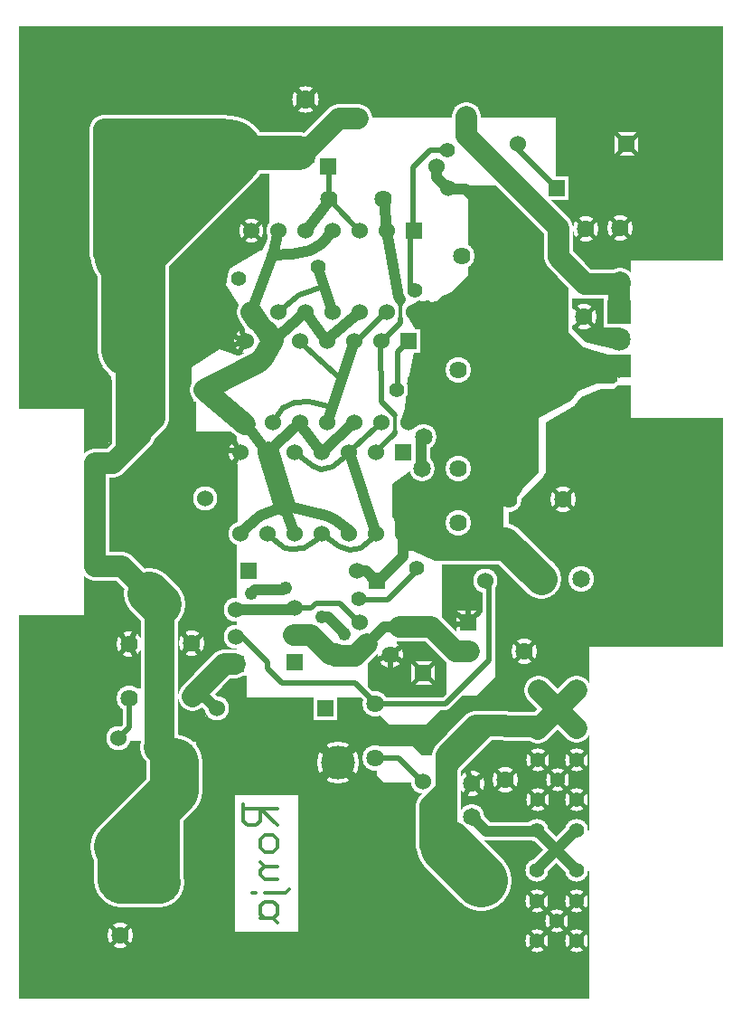
<source format=gbr>
G04 Title: Ronja 10M Metropolis Transmitter, layergroup #1 *
G04 Creator: pcb-bin 20060321 *
G04 CreationDate: Sun Apr  9 19:09:48 2006 UTC *
G04 For: clock *
G04 Format: Gerber/RS-274X *
G04 PCB-Dimensions: 262000 360000 *
G04 PCB-Coordinate-Origin: lower left *
%MOIN*%
%FSLAX24Y24*%
G04 contains layers solder (0) GND-sldr (1) Vcc-sldr (2) *
%IPPOS*%
%ADD11C,0.0800*%
%ADD12C,0.1080*%
%ADD13C,0.0200*%
%ADD14C,0.0400*%
%ADD15C,0.0680*%
%ADD16C,0.0480*%
%ADD17C,0.1800*%
%ADD18C,0.2080*%
%ADD19C,0.1250*%
%ADD20C,0.1530*%
%ADD21C,0.1550*%
%ADD22C,0.1830*%
%ADD23C,0.1950*%
%ADD24C,0.2230*%
%ADD25C,0.1200*%
%ADD26C,0.1480*%
%ADD27C,0.1600*%
%ADD28C,0.1880*%
%ADD29C,0.2500*%
%ADD30C,0.2780*%
%ADD31C,0.1170*%
%ADD32C,0.1450*%
%ADD33C,0.1100*%
%ADD34C,0.1380*%
%ADD35C,0.0120*%
%ADD36C,0.1300*%
%ADD37C,0.1580*%
%ADD38C,0.0320*%
%ADD39R,0.0650X0.0650*%
%ADD40R,0.0730X0.0730*%
%ADD41R,0.0950X0.0950X0.0650X0.0650*%
%ADD42R,0.0950X0.0950*%
%ADD43C,0.0650*%
%ADD44C,0.0730*%
%ADD45C,0.0187*%
%AMTHERM1*7,0,0,0.0950,0.0650,0.0187,45*%
%ADD46THERM1*%
%ADD47C,0.0950X0.0650*%
%ADD48C,0.0950*%
%ADD49C,0.0100*%
%ADD50C,0.0080*%
%ADD51R,0.0600X0.0600*%
%ADD52R,0.0680X0.0680*%
%ADD53R,0.0880X0.0880X0.0600X0.0600*%
%ADD54R,0.0880X0.0880*%
%ADD55C,0.0600*%
%ADD56C,0.0880X0.0600*%
%ADD57C,0.0880*%
%ADD58C,0.0160*%
%AMTHERM2*7,0,0,0.0880,0.0600,0.0160,45*%
%ADD59THERM2*%
%ADD60R,0.2000X0.2000*%
%ADD61R,0.2280X0.2280*%
%ADD62R,0.2200X0.2200*%
%ADD63R,0.0700X0.0700*%
%ADD64R,0.0780X0.0780*%
%ADD65R,0.0980X0.0980X0.0700X0.0700*%
%ADD66R,0.0980X0.0980*%
%ADD67C,0.0700*%
%ADD68C,0.0780*%
%AMTHERM3*7,0,0,0.0980,0.0700,0.0200,45*%
%ADD69THERM3*%
%ADD70C,0.0980X0.0700*%
%ADD71C,0.0980*%
%ADD72R,0.0900X0.0900X0.0600X0.0600*%
%ADD73R,0.0900X0.0900*%
%ADD74C,0.0900X0.0600*%
%ADD75C,0.0900*%
%ADD76C,0.0162*%
%AMTHERM4*7,0,0,0.0900,0.0600,0.0162,45*%
%ADD77THERM4*%
%ADD78C,0.0640*%
%ADD79C,0.0720*%
%ADD80C,0.0163*%
%AMTHERM5*7,0,0,0.0940,0.0640,0.0163,45*%
%ADD81THERM5*%
%ADD82C,0.0940X0.0640*%
%ADD83C,0.0940*%
%ADD84R,0.1250X0.1250*%
%ADD85R,0.1330X0.1330*%
%ADD86R,0.1550X0.1550X0.1250X0.1250*%
%ADD87R,0.1550X0.1550*%
%ADD88C,0.1330*%
%ADD89C,0.0325*%
%AMTHERM6*7,0,0,0.1550,0.1250,0.0325,45*%
%ADD90THERM6*%
%ADD91C,0.1550X0.1250*%
%ADD92R,0.0850X0.0850*%
%ADD93R,0.0930X0.0930*%
%ADD94R,0.1130X0.1130X0.0850X0.0850*%
%ADD95R,0.1130X0.1130*%
%ADD96C,0.0850*%
%ADD97C,0.0930*%
%ADD98C,0.1130X0.0850*%
%ADD99C,0.1130*%
%ADD100R,0.1000X0.1000*%
%ADD101R,0.1300X0.1300*%
%ADD102R,0.1380X0.1380*%
%ADD103R,0.1580X0.1580X0.1300X0.1300*%
%ADD104R,0.1580X0.1580*%
%ADD105C,0.1400*%
%ADD106C,0.1680X0.1400*%
%ADD107C,0.1680*%
%ADD108C,0.0500*%
%ADD109R,0.1600X0.1600*%
%ADD110R,0.1880X0.1880*%
%ADD111R,0.1800X0.1800*%
%ADD112C,0.0124*%
%ADD113C,0.0139*%
%ADD114C,0.0125*%
%ADD115C,0.0152*%
%ADD116C,0.0173*%
%ADD117C,0.0220*%
%ADD118C,0.0166*%
%ADD119C,0.0098*%
%ADD120C,0.0132*%
%ADD121C,0.0146*%
%ADD122C,0.0112*%
%ADD123C,0.0091*%
%ADD124C,0.0227*%
%ADD125C,0.0159*%
%ADD126C,0.0560*%
%ADD127C,0.0840*%
%ADD128C,0.0840X0.0560*%
%AMTHERM7*7,0,0,0.0840,0.0560,0.0160,45*%
%ADD129THERM7*%
%ADD130C,0.0930X0.0650*%
%ADD131C,0.0760*%
%ADD132C,0.0760X0.0480*%
%LNGROUP_0*%
%LPD*%
G01X0Y0D02*
G54D49*G36*
X10980Y9300D02*X5870D01*
Y11170D01*
X10980D01*
Y9300D01*
G37*
G36*
X23540Y18550D02*X24730D01*
Y14280D01*
X23540D01*
Y18550D01*
G37*
G36*
X7800Y9760D02*X13300D01*
Y7560D01*
X7800D01*
Y9760D01*
G37*
G36*
X7380Y1830D02*X13360D01*
Y830D01*
X7380D01*
Y1830D01*
G37*
G36*
X7140Y9630D02*X8080D01*
Y2130D01*
X7140D01*
Y9630D01*
G37*
G36*
X20365Y9995D02*X21115D01*
Y6255D01*
X20365D01*
Y9995D01*
G37*
G36*
X20105Y4740D02*X21115D01*
Y970D01*
X20105D01*
Y4740D01*
G37*
G36*
X20675Y6250D02*X20265Y6595D01*
X19780Y6620D01*
X19230Y6295D01*
X19915Y5515D01*
X20675Y6250D01*
G37*
G36*
X21510Y24250D02*X21690D01*
Y25840D01*
X21510D01*
Y24250D01*
G37*
G36*
X7260Y10870D02*X8490D01*
Y12200D01*
X7260D01*
Y10870D01*
G37*
G36*
X20060Y13215D02*X21115D01*
Y11440D01*
X20060D01*
Y13215D01*
G37*
G36*
X19980Y23550D02*X20350D01*
Y26690D01*
X19980D01*
Y23550D01*
G37*
G36*
X19280Y27470D02*X19660D01*
Y28470D01*
X19280D01*
Y27470D01*
G37*
G36*
X21630Y28130D02*X21770Y27380D01*
X21560Y26760D01*
X21130D01*
X20390Y27540D01*
X20370Y28380D01*
X20960Y28440D01*
X21630Y28130D01*
G37*
G36*
X19150Y23590D02*X20150D01*
Y27610D01*
X19150D01*
Y23590D01*
G37*
G36*
X17140Y25190D02*X18770D01*
Y28810D01*
X17140D01*
Y25190D01*
G37*
G36*
X16850Y23620D02*X19350D01*
Y26210D01*
X16850D01*
Y23620D01*
G37*
G36*
X17170Y28470D02*X17870D01*
Y29680D01*
X17170D01*
Y28470D01*
G37*
G36*
X16670Y25940D02*X17290D01*
Y29580D01*
X16670D01*
Y25940D01*
G37*
G36*
X8630Y27610D02*X9070D01*
Y28640D01*
X8630D01*
Y27610D01*
G37*
G36*
X17550Y3550D02*X20360D01*
Y6010D01*
X17550D01*
Y3550D01*
G37*
G36*
X17520Y6360D02*X20530D01*
Y9400D01*
X17520D01*
Y6360D01*
G37*
G36*
X16130Y4790D02*X17770D01*
Y9120D01*
X16130D01*
Y4790D01*
G37*
G36*
X15480Y3680D02*X16490D01*
Y5180D01*
X15480D01*
Y3680D01*
G37*
G36*
X15440Y2220D02*X20360D01*
Y3990D01*
X15440D01*
Y2220D01*
G37*
G36*
X14960Y2290D02*X15690D01*
Y7960D01*
X14960D01*
Y2290D01*
G37*
G36*
X4585Y20000D02*X6205Y19800D01*
X7025Y20500D01*
X5465Y22000D01*
X4505Y22240D01*
X4585Y20000D01*
G37*
G36*
X15640Y9170D02*X16570D01*
Y10920D01*
X15640D01*
Y9170D01*
G37*
G36*
X17670Y11800D02*X18300D01*
Y12770D01*
X17670D01*
Y11800D01*
G37*
G36*
X16940Y10340D02*X18460D01*
Y12110D01*
X17880D01*
X16940Y11170D01*
Y10340D01*
G37*
G36*
X17670Y12100D02*X18060D01*
Y12650D01*
X17670D01*
Y12100D01*
G37*
G36*
X16060Y10220D02*X17070D01*
Y11230D01*
X16060D01*
Y10220D01*
G37*
G36*
X7520Y32290D02*X11910D01*
Y35020D01*
X7520D01*
Y32290D01*
G37*
G36*
X5730Y12570D02*X8140D01*
Y15000D01*
X5730D01*
Y12570D01*
G37*
G36*
X20240Y24120D02*X20210Y23660D01*
X21940Y23750D01*
X21020Y24020D01*
X20880Y24080D01*
X20240Y24120D01*
G37*
G36*
X13340Y11110D02*X14280D01*
Y12380D01*
X13340D01*
Y11110D01*
G37*
G36*
X14150Y11100D02*X15070D01*
Y12310D01*
X14150D01*
Y11100D01*
G37*
G36*
X12960Y12110D02*X14290D01*
Y12930D01*
X12960D01*
Y12110D01*
G37*
G36*
X14040Y12230D02*X15150D01*
Y13460D01*
X14040D01*
Y12230D01*
G37*
G36*
X16960Y14300D02*X17480D01*
Y15400D01*
X16960D01*
Y14300D01*
G37*
G36*
X15690Y15710D02*X16840D01*
Y16050D01*
X15690D01*
Y15710D01*
G37*
G36*
X16780Y15340D02*X18250D01*
Y16050D01*
X16780D01*
Y15340D01*
G37*
G36*
X15690Y14130D02*X17080D01*
Y15980D01*
X15690D01*
Y14130D01*
G37*
G36*
X17480Y12500D02*X18360D01*
Y14350D01*
X17480D01*
Y12500D01*
G37*
G36*
X15770Y14280D02*X16500D01*
X16430Y13710D01*
X16150Y13450D01*
X15660Y13970D01*
X15690Y14160D01*
X15770Y14280D01*
G37*
G36*
X12960Y11150D02*X13620D01*
Y12260D01*
X12960D01*
Y11150D01*
G37*
G36*
X16300Y32510D02*X19400D01*
Y33450D01*
X16300D01*
Y32510D01*
G37*
G36*
X19520Y29030D02*X20560D01*
Y29680D01*
X19520D01*
Y29030D01*
G37*
G36*
X5780Y11250D02*X6490D01*
Y11850D01*
X5780D01*
Y11250D01*
G37*
G36*
X8550Y31420D02*X10920D01*
Y32530D01*
X8550D01*
Y31420D01*
G37*
G36*
X6200Y19670D02*X8140D01*
Y20950D01*
X6200D01*
Y19670D01*
G37*
G36*
X8890Y27940D02*X9330D01*
Y28910D01*
X8890D01*
Y27940D01*
G37*
G36*
X7550Y28240D02*X9030D01*
Y30600D01*
X7550D01*
Y28240D01*
G37*
G36*
X8380Y23390D02*X9280D01*
Y24850D01*
X8380D01*
Y23390D01*
G37*
G36*
X4840Y21490D02*X5880D01*
Y22830D01*
X4840D01*
Y21490D01*
G37*
G36*
X3650Y14890D02*X4250D01*
Y15540D01*
X3650D01*
Y14890D01*
G37*
G36*
X7510Y29290D02*X5480Y27770D01*
X5450Y25540D01*
X8090Y25350D01*
X8220Y25580D01*
X7730Y26370D01*
X7870Y26950D01*
X9010Y27610D01*
X7510Y29290D01*
G37*
G36*
X16520Y8990D02*X18610D01*
Y9910D01*
X16520D01*
Y8990D01*
G37*
G36*
X17540Y14180D02*X18240D01*
Y15430D01*
X17540D01*
Y14180D01*
G37*
G36*
X18610Y32510D02*X21990D01*
Y35110D01*
X18610D01*
Y32510D01*
G37*
G36*
X19930Y29780D02*X20920D01*
Y32440D01*
X19930D01*
Y29780D01*
G37*
G36*
X20030Y28810D02*X20460D01*
Y29140D01*
X20030D01*
Y28810D01*
G37*
G36*
X13120Y8370D02*Y7980D01*
X13600D01*
X13210Y8370D01*
X13120D01*
G37*
G36*
X16650Y29600D02*X18210D01*
Y30020D01*
X16650D01*
Y29600D01*
G37*
G36*
X21570Y24250D02*X20980D01*
X20490Y24740D01*
Y24840D01*
X20640Y24990D01*
Y25370D01*
X20490Y25520D01*
Y25840D01*
X21570D01*
Y24250D01*
G37*
G36*
X17750Y28520D02*X18720D01*
Y29810D01*
X17750D01*
Y28520D01*
G37*
G36*
X18390Y22100D02*X20350Y22200D01*
X21000Y22820D01*
X20980Y23570D01*
X20060Y23910D01*
X19010Y23590D01*
X18390Y22100D01*
G37*
G36*
X19000Y22190D02*X19990Y22420D01*
X20430Y22690D01*
X19780Y23540D01*
X18700Y23720D01*
X16850Y22820D01*
X19000Y22190D01*
G37*
G36*
X17610Y16190D02*X17960D01*
Y18700D01*
X17610D01*
Y16190D01*
G37*
G36*
X20190Y19970D02*X21740Y19400D01*
X21710Y17250D01*
X18180D01*
Y18080D01*
X18670Y18480D01*
X19420Y19290D01*
X19530Y19460D01*
X19770Y19610D01*
X20190Y19970D01*
G37*
G36*
X22680Y22440D02*X22540Y22370D01*
X21960Y22470D01*
X22210Y22660D01*
X22680D01*
Y22440D01*
G37*
G36*
X22230Y21230D02*X22270Y20550D01*
X22120Y20310D01*
X21480Y19340D01*
X19530Y19460D01*
Y21300D01*
X20550Y21880D01*
X20610Y21930D01*
X20830Y22230D01*
X21560Y22510D01*
X21660Y22400D01*
X22230Y21230D01*
G37*
G36*
X17470Y19660D02*X17880Y22520D01*
X20970Y22740D01*
X20460Y22100D01*
X19280Y21450D01*
Y19470D01*
X18370Y18520D01*
X17520Y18470D01*
X17470Y19660D01*
G37*
G36*
X14955Y25603D02*X15312Y25633D01*
X15234Y25773D01*
X14934Y25769D01*
X14955Y25603D01*
G37*
G36*
X15530Y21570D02*X15740Y20980D01*
X15370Y20790D01*
X14780Y21110D01*
X15530Y21570D01*
G37*
G36*
X15290Y22130D02*X14570Y23080D01*
X14430Y22960D01*
X14330Y21790D01*
X14320Y21520D01*
X14550Y21000D01*
X14720Y21090D01*
X14900Y21120D01*
X15050Y21300D01*
X15290Y22130D01*
G37*
G36*
X15520Y21740D02*X15630Y22310D01*
X14860Y22290D01*
X14380Y21510D01*
X14610Y21050D01*
X15430Y21430D01*
X15520Y21740D01*
G37*
G36*
X21560Y20820D02*X22680D01*
Y22510D01*
X21560D01*
Y20820D01*
G37*
G36*
X22680Y26620D02*X21560D01*
Y27340D01*
X22680D01*
Y26620D01*
G37*
G36*
X21550Y22940D02*X21250Y22720D01*
X22040D01*
X22300Y22910D01*
X21550Y22940D01*
G37*
G36*
X20940Y22860D02*X21720Y22760D01*
X22300Y23110D01*
X22290Y23610D01*
X21280Y23810D01*
X20860Y23520D01*
X20940Y22860D01*
G37*
G36*
X8680Y25120D02*X8100Y25610D01*
X5500Y25750D01*
X5570Y22420D01*
X6460Y22440D01*
Y23320D01*
X7510Y23980D01*
X8440Y23640D01*
X8670Y23680D01*
X8510Y24270D01*
X8680Y25120D01*
G37*
G36*
X820Y9160D02*X4140D01*
Y12040D01*
X820D01*
Y9160D01*
G37*
G36*
Y11500D02*X4980D01*
Y13960D01*
X820D01*
Y11500D01*
G37*
G36*
X20190Y30550D02*X21660D01*
Y32700D01*
X20190D01*
Y30550D01*
G37*
G36*
X5800Y20390D02*X6620D01*
Y22720D01*
X5800D01*
Y20390D01*
G37*
G36*
X20930Y23960D02*X20260D01*
Y24730D01*
X20930Y24060D01*
Y23960D01*
G37*
G36*
X13530Y33330D02*X14720D01*
Y34470D01*
X13530D01*
Y33330D01*
G37*
G36*
X11550Y33050D02*X18900D01*
Y35120D01*
X11550D01*
Y33050D01*
G37*
G36*
X3560Y13500D02*X5000D01*
Y15100D01*
X3560D01*
Y13500D01*
G37*
G36*
X21430Y27900D02*X25220D01*
Y33880D01*
X21430D01*
Y27900D01*
G37*
G36*
X10870Y9380D02*X11970D01*
Y10440D01*
X10870D01*
Y9380D01*
G37*
G36*
X25205Y28230D02*X21380D01*
Y27260D01*
X25205D01*
Y28230D01*
G37*
G36*
X23300Y33390D02*X25210D01*
Y34380D01*
X23300D01*
Y33390D01*
G37*
G36*
X21600Y34240D02*X25070D01*
Y35030D01*
X21600D01*
Y34240D01*
G37*
G36*
X21270Y18675D02*X22900D01*
Y19495D01*
X21270D01*
Y18675D01*
G37*
G36*
X8810Y28770D02*X9330D01*
Y30830D01*
X8810D01*
Y28770D01*
G37*
G36*
X25235Y14365D02*X20330D01*
Y13015D01*
X25235D01*
Y14365D01*
G37*
G36*
X10410Y7780D02*X13060D01*
Y2250D01*
X10410D01*
Y7780D01*
G37*
G36*
X18530Y25910D02*X19370D01*
Y29130D01*
X18530D01*
Y25910D01*
G37*
G36*
X1035Y13815D02*X2560D01*
Y14195D01*
X1035D01*
Y13815D01*
G37*
G36*
X23660Y13965D02*X21330D01*
Y19095D01*
X23660D01*
Y13965D01*
G37*
G36*
X780Y35500D02*X7780D01*
Y30140D01*
X780D01*
Y35500D01*
G37*
G36*
X5810Y11670D02*X7130D01*
Y12740D01*
X5810D01*
Y11670D01*
G37*
G36*
X14850Y605D02*X20435D01*
Y1780D01*
X14850D01*
Y605D01*
G37*
G36*
X11470Y32510D02*X16700D01*
Y33920D01*
X11470D01*
Y32510D01*
G37*
G36*
X15610Y18070D02*X15970Y20310D01*
X16500Y21650D01*
X18890Y22360D01*
X18120Y21560D01*
X17840Y20400D01*
Y16190D01*
X15430D01*
X14250Y16730D01*
X14040Y17140D01*
X15610Y18070D01*
G37*
G36*
X1190Y22295D02*X2740D01*
Y21785D01*
X1190D01*
Y22295D01*
G37*
G36*
X20230Y27980D02*X22090D01*
Y30700D01*
X20230D01*
Y27980D01*
G37*
G36*
X16770Y25920D02*Y26820D01*
X15930Y25990D01*
X16770Y25920D01*
G37*
G36*
X4820Y17140D02*X8150D01*
Y20180D01*
X4820D01*
Y17140D01*
G37*
G36*
X19900Y30240D02*X20300D01*
Y32600D01*
X19900D01*
Y30240D01*
G37*
G36*
X2500Y22400D02*X5000D01*
Y20100D01*
X2500D01*
Y22400D01*
G37*
G36*
X25200Y18235D02*X22085D01*
Y21455D01*
X25200D01*
Y18235D01*
G37*
G36*
X18215Y9080D02*X20495D01*
Y13645D01*
X18215D01*
Y9080D01*
G37*
G36*
X15660Y24630D02*X16900Y24280D01*
X17720Y24730D01*
X17340Y25690D01*
X16670Y26170D01*
X16200D01*
X15720Y25950D01*
X15480Y25710D01*
X15660Y24630D01*
G37*
G36*
X17630Y22470D02*X15590Y22380D01*
X14460Y22850D01*
X14710Y24010D01*
X14720Y24480D01*
X14620Y25080D01*
X14610Y25550D01*
X16510Y25980D01*
X18340Y23970D01*
X19000Y23560D01*
X17630Y22470D01*
G37*
G36*
X15640Y21320D02*X16300Y21190D01*
X16310Y19630D01*
X15430Y19100D01*
X14970Y19610D01*
X14880Y20590D01*
X15310Y21010D01*
X15640Y21320D01*
G37*
G36*
X9010Y28000D02*Y27710D01*
X9070Y27610D01*
X9230Y27940D01*
X9010Y28000D01*
G37*
G36*
X15120Y21590D02*X15860Y20960D01*
X19030Y22200D01*
X19020Y22900D01*
X15690D01*
X15120Y21590D01*
G37*
G36*
X16320Y19590D02*Y17580D01*
X15420Y17170D01*
X14290D01*
X13880Y17820D01*
Y19010D01*
X14830Y19720D01*
X16320Y19590D01*
G37*
G36*
X14800Y22200D02*X15900D01*
Y23300D01*
X14800D01*
Y22200D01*
G37*
G36*
X12840Y1140D02*X15120D01*
Y8030D01*
X12840D01*
Y1140D01*
G37*
G36*
X15990Y10680D02*Y9030D01*
X14940D01*
X14630Y9340D01*
X13300D01*
Y10610D01*
X13760Y10150D01*
X15110D01*
X15640Y10680D01*
X15990D01*
G37*
G36*
X1010Y9570D02*X7650D01*
Y810D01*
X1010D01*
Y9570D01*
G37*
G36*
X2500Y22200D02*X3700D01*
Y13600D01*
X2500D01*
Y22200D01*
G37*
G36*
X17410Y24320D02*X18430Y23820D01*
X17520Y25100D01*
X17410Y24320D01*
G37*
G36*
X18180Y13270D02*X21780D01*
Y17710D01*
X18180D01*
Y13270D01*
G37*
G36*
X14960Y10960D02*X15870D01*
Y13290D01*
X14960D01*
Y10960D01*
G37*
G36*
X4940Y17490D02*X4840Y15230D01*
X3410Y15980D01*
X3240Y18950D01*
X4130Y20200D01*
X4980Y20250D01*
X4940Y17490D01*
G37*
G36*
X4770Y14310D02*X8140D01*
Y17400D01*
X4770D01*
Y14310D01*
G37*
G36*
X900Y30500D02*X5700D01*
Y22100D01*
X900D01*
Y30500D01*
G37*
G36*
X18455Y1595D02*X20665D01*
Y2660D01*
X18455D01*
Y1595D01*
G37*
G36*
X11800Y9350D02*X13370D01*
Y11170D01*
X11800D01*
Y9350D01*
G37*
G36*
X25260Y13920D02*X24595D01*
Y18940D01*
X25260D01*
Y13920D01*
G37*
%LNCUTS*%
%LPC*%
G54D15*X19195Y4810D02*X20630Y6245D01*
G54D12*X20660Y10010D02*X19260Y11410D01*
G54D127*X20670Y8840D03*
X19950Y8120D03*
X20670Y10000D03*
X20660Y7400D03*
X20650Y6240D03*
G54D15*X20645Y4805D02*X19195Y6255D01*
G54D127*X20650Y4800D03*
Y3640D03*
Y2200D03*
X19930Y2920D03*
G54D54*X815Y570D02*X20815D01*
X600D02*X20600D01*
G54D15*X17330Y6220D02*X19160D01*
X19195Y4810D02*X20630Y6245D01*
X20645Y4805D02*X19195Y6255D01*
G54D127*X19930Y5520D03*
X19210Y6240D03*
X20650D03*
G54D12*X19270Y10090D02*X18070D01*
X20650Y11425D02*Y11430D01*
X20660Y10010D02*X19260Y11410D01*
X19240Y10000D02*X20670Y11430D01*
X18040Y10120D02*X16940D01*
X18070Y10090D02*X18040Y10120D01*
G54D97*X20100Y13900D03*
G54D127*X19230Y10000D03*
Y8840D03*
X20670D03*
Y11440D03*
Y10000D03*
X19950Y10720D03*
X19230Y11440D03*
G54D83*X18037Y10136D03*
X18726Y12855D03*
G54D127*X19210Y2200D03*
X20650D03*
X19930Y2920D03*
G54D97*X18100Y1900D03*
G54D24*X15850Y5690D02*X17130Y4410D01*
G54D15*X17330Y6220D02*X19160D01*
X19195Y4810D02*X20630Y6245D01*
X20645Y4805D02*X19195Y6255D01*
X16760Y6790D02*X17330Y6220D01*
G54D127*X20650Y4800D03*
X19930Y5520D03*
X19210Y6240D03*
X20650D03*
X19210Y3640D03*
X20650D03*
X19210Y4800D03*
G54D104*X17210Y4400D03*
G54D24*X15850Y5690D02*X17130Y4410D01*
G54D12*X15850Y9030D02*Y5690D01*
G54D104*X17210Y4400D03*
G54D24*X15850Y5690D02*X17130Y4410D01*
G54D127*X19210Y3640D03*
X20650D03*
X19210Y2200D03*
X20650D03*
X19930Y2920D03*
G54D97*X16100Y1900D03*
X18100D03*
G54D104*X17210Y4400D03*
G54D24*X15850Y5690D02*X17130Y4410D01*
G54D15*X17330Y6220D02*X19160D01*
X16760Y6790D02*X17330Y6220D01*
G54D12*X15890Y8700D02*X17250Y10060D01*
X15890Y8560D02*Y8700D01*
X15850Y9030D02*Y5690D01*
X15280Y7140D02*X15810Y7670D01*
X16940Y10120D02*X15850Y9030D01*
G54D97*X16800Y6770D03*
G54D83*X16792Y7986D03*
G54D104*X17210Y4400D03*
G54D83*X18037Y8136D03*
G54D24*X15850Y5690D02*X17130Y4410D01*
G54D12*X15280Y5700D02*Y7140D01*
G54D16*X14100Y8920D02*X15000Y8020D01*
G54D12*X15850Y9030D02*Y5690D01*
X15280Y7140D02*X15810Y7670D01*
G54D97*X16100Y1900D03*
G54D75*X15009Y8062D03*
G54D12*X15890Y8700D02*X17250Y10060D01*
G54D16*X17430Y12530D02*X15820Y10920D01*
G54D12*X15890Y8560D02*Y8700D01*
G54D16*X15820Y10920D02*X13220D01*
G54D12*X15850Y9030D02*Y5690D01*
X18040Y10120D02*X16940D01*
X15850Y9030D01*
G54D83*X16792Y9986D03*
G54D12*X15890Y8700D02*X17250Y10060D01*
G54D16*X17430Y12530D02*X15820Y10920D01*
G54D12*X18040Y10120D02*X16940D01*
X15850Y9030D01*
G54D83*X16792Y9986D03*
G54D24*X15850Y5690D02*X17130Y4410D01*
G54D12*X15280Y5700D02*Y7140D01*
G54D16*X14100Y8920D02*X15000Y8020D01*
G54D12*X15280Y7140D02*X15810Y7670D01*
G54D97*X14100Y1900D03*
G54D75*X15009Y8062D03*
G54D12*X15890Y8700D02*X17250Y10060D01*
X15890Y8560D02*Y8700D01*
X15850Y9030D02*Y5690D01*
X16940Y10120D02*X15850Y9030D01*
G54D83*X13222Y8917D03*
Y10917D03*
G54D97*X16100Y1900D03*
X18100D03*
G54D54*X815Y570D02*X20815D01*
X600D02*X20600D01*
G54D12*X15310Y13740D02*X16200Y12850D01*
X16690D01*
G54D16*X17430Y12530D02*X15820Y10920D01*
G54D12*X14140Y13740D02*X15310D01*
G54D16*X15820Y10920D02*X13220D01*
G54D73*X15009Y12062D03*
G54D16*X13220Y8920D02*X14100D01*
G54D21*X11848Y8760D03*
G54D83*X13222Y8917D03*
G54D97*X8100Y1900D03*
G54D12*X11760Y12700D02*X12510D01*
X12940Y13130D01*
G54D15*X13550Y13740D01*
G54D83*X13795Y12736D03*
G54D16*X15820Y10920D02*X13220D01*
X12500Y11700D02*X13270Y10930D01*
G54D83*X13222Y10917D03*
G54D16*X15820Y10920D02*X13220D01*
X12500Y11700D02*X13270Y10930D01*
G54D73*X11383Y10741D03*
G54D21*X11848Y8760D03*
G54D83*X13222Y8917D03*
Y10917D03*
G54D12*X8080Y12390D02*X7680D01*
X6490Y11200D01*
G54D15*X6450Y11140D02*X6980D01*
X7370Y10750D01*
G54D73*X8106Y12389D03*
G54D75*X7383Y10741D03*
G54D16*X8340Y13400D02*X9270Y12470D01*
G54D34*X5280Y14660D02*Y9420D01*
G54D15*X8110Y14390D02*X10220D01*
G54D12*X8080Y12390D02*X7680D01*
G54D16*X8090Y13400D02*X8340D01*
G54D12*X7680Y12390D02*X6490Y11200D01*
G54D28*X4910Y14980D02*X5300Y14590D01*
G54D73*X8106Y12389D03*
G54D75*Y13389D03*
Y14389D03*
G54D83*X6460Y13145D03*
G54D16*X15820Y10920D02*X13220D01*
X12500Y11700D02*X13270Y10930D01*
G54D83*X13795Y12736D03*
X13222Y10917D03*
G54D34*X5280Y14660D02*Y9420D01*
G54D12*X7680Y12390D02*X6490Y11200D01*
G54D15*X6450Y11140D02*X6980D01*
G54D83*X6460Y11145D03*
G54D97*X8100Y1900D03*
X12100D03*
X10100D03*
G54D54*X815Y570D02*X20815D01*
X600D02*X20600D01*
G54D97*X12100Y1900D03*
X10100D03*
G54D26*X5300Y9320D02*X5870Y8750D01*
G54D34*X5280Y14660D02*Y9420D01*
G54D18*X5840Y8770D02*Y7730D01*
G54D12*X7680Y12390D02*X6490Y11200D01*
G54D15*X6450Y11140D02*X6980D01*
X7370Y10750D01*
G54D97*X6660Y10110D03*
G54D75*X7383Y10741D03*
G54D83*X6460Y11145D03*
G54D87*X5848Y8760D03*
G54D73*X11383Y10741D03*
G54D34*X5280Y14660D02*Y9420D01*
G54D28*X4910Y14980D02*X5300Y14590D01*
G54D97*X3100Y12900D03*
X2100Y11900D03*
G54D83*X4164Y13120D03*
Y11120D03*
G54D54*X600Y13895D02*Y3895D01*
Y11120D02*Y1120D01*
G54D15*X9010Y17850D02*X8280Y17220D01*
G54D34*X5280Y14660D02*Y9420D01*
G54D15*X8110Y14390D02*X10220D01*
G54D12*X3900Y16000D02*X4910Y14990D01*
G54D28*Y14980D02*X5300Y14590D01*
G54D75*X8106Y14389D03*
G54D73*X8578Y15816D03*
G54D57*X8280Y17180D03*
G54D12*X3900Y16000D02*X4910Y14990D01*
G54D28*Y14980D02*X5300Y14590D01*
G54D12*X2900Y16000D02*X3900D01*
G54D75*X17286Y15440D03*
G54D16*X17430Y15340D02*Y12530D01*
X17300Y15470D02*X17430Y15340D01*
G54D32*X19350Y15510D02*X17990Y16870D01*
G54D75*X17286Y15440D03*
G54D12*X19270Y10090D02*X18070D01*
X15890Y8700D02*X17250Y10060D01*
X18040Y10120D02*X16940D01*
X18070Y10090D02*X18040Y10120D01*
X16940D02*X15850Y9030D01*
G54D83*X18037Y10136D03*
X16792Y9986D03*
G54D16*X17430Y15340D02*Y12530D01*
X17300Y15470D02*X17430Y15340D01*
G54D75*X17286Y15440D03*
G54D54*X600Y13895D02*Y3895D01*
G54D15*X17330Y6220D02*X19160D01*
X19195Y4810D02*X20630Y6245D01*
X20645Y4805D02*X19195Y6255D01*
X16760Y6790D02*X17330Y6220D01*
G54D127*X19230Y8840D03*
X20670D03*
X19950Y8120D03*
X20660Y7400D03*
X19230D03*
X19210Y6240D03*
X20650D03*
G54D83*X18037Y8136D03*
X18726Y12855D03*
G54D12*X19270Y10090D02*X18070D01*
X15890Y8700D02*X17250Y10060D01*
X18040Y10120D02*X16940D01*
X18070Y10090D02*X18040Y10120D01*
X16940D02*X15850Y9030D01*
G54D83*X18037Y10136D03*
X16792Y9986D03*
G54D12*X20650Y11425D02*Y11430D01*
X19240Y10000D02*X20670Y11430D01*
G54D127*Y11440D03*
G54D73*X11383Y10741D03*
G54D21*X11848Y8760D03*
G54D34*X5280Y14660D02*Y9420D01*
G54D12*X7680Y12390D02*X6490Y11200D01*
G54D83*X6460Y13145D03*
G54D37*X3760Y4420D02*X3820Y4360D01*
G54D26*X5250D02*X5260Y4350D01*
G54D12*X4720Y6830D02*Y4770D01*
X5120D01*
G54D22*X3820Y4360D02*X5250D01*
G54D26*X5300Y9320D02*X5870Y8750D01*
G54D16*X4180Y10050D02*X3770Y9640D01*
G54D18*X5840Y7730D02*X3760Y5650D01*
G54D12*X5120Y7110D02*X5620D01*
X5120Y4770D02*Y7110D01*
X5620D02*Y4250D01*
G54D34*X5280Y14660D02*Y9420D01*
G54D18*X5840Y8770D02*Y7730D01*
G54D22*X3760Y5620D02*Y4420D01*
G54D97*X8100Y1900D03*
X6100D03*
X2100Y7900D03*
Y9900D03*
Y5900D03*
Y3900D03*
Y1900D03*
G54D73*X3759Y5653D03*
G54D75*Y9653D03*
G54D83*X3817Y2399D03*
Y4399D03*
G54D107*X5210Y4400D03*
G54D87*X5848Y8760D03*
G54D54*X600Y13895D02*Y3895D01*
Y11120D02*Y1120D01*
X815Y570D02*X20815D01*
X600D02*X20600D01*
G54D16*X17430Y15340D02*Y12530D01*
X17300Y15470D02*X17430Y15340D01*
G54D73*X16652Y13922D03*
G54D75*X17286Y15440D03*
G54D16*X17300Y15470D02*X17430Y15340D01*
G54D73*X16652Y13922D03*
G54D75*X17286Y15440D03*
G54D16*X17430Y12530D02*X15820Y10920D01*
X17430Y15340D02*Y12530D01*
G54D83*X18726Y12855D03*
G54D16*X15820Y10920D02*X13220D01*
G54D83*X13795Y12736D03*
G54D73*X15009Y12062D03*
G54D12*X15310Y13740D02*X16200Y12850D01*
G54D15*X13550Y13740D02*X14140D01*
G54D12*X15310D01*
G54D83*X13795Y12736D03*
G54D73*X15009Y12062D03*
G54D12*X15310Y13740D02*X16200Y12850D01*
X14140Y13740D02*X15310D01*
G54D73*X16652Y13922D03*
G54D97*X22100Y21900D03*
Y19900D03*
Y21900D03*
G54D83*X20151Y18468D03*
X20945Y23180D03*
X18151Y18468D03*
G54D99*X22240Y23360D03*
G54D83*X20945Y23180D03*
G54D32*X19350Y15510D02*X17990Y16870D01*
X17580D01*
G54D83*X18151Y18468D03*
G54D32*X19350Y15510D02*X17990Y16870D01*
X17580D01*
G54D97*X22100Y19900D03*
G54D83*X20151Y18468D03*
X18151D03*
X20945Y23180D03*
G54D99*X22240Y24360D03*
Y23360D03*
G54D83*X20945Y23180D03*
G54D12*X22220Y26410D02*Y25360D01*
G54D95*X22240D03*
G54D99*Y24360D03*
G54D15*X16570Y29900D02*X16870Y29600D01*
G54D12*X16590Y31860D02*X19990Y28460D01*
G54D73*X19920Y29938D03*
G54D15*X15930Y29900D02*X16570D01*
X16870Y29600D01*
G54D12*X16590Y31860D02*X19990Y28460D01*
G54D99*X22240Y24360D03*
Y23360D03*
G54D12*X16590Y31860D02*X19990Y28460D01*
Y27380D01*
G54D83*X20945Y25180D03*
D03*
G54D12*X19990Y27380D02*X20980Y26390D01*
X19990Y28460D02*Y27380D01*
X20980Y26390D01*
X22220Y26410D02*Y25360D01*
X21010Y26400D02*X22280D01*
X22240Y26360D01*
X22260Y26450D02*X22220Y26410D01*
G54D83*X22280Y26458D03*
G54D97*X22100Y33900D03*
X20100D03*
G54D54*X600Y35400D02*X20600D01*
X5580D02*X25580D01*
G54D16*X18490Y31370D02*X19930Y29930D01*
G54D73*X19920Y29938D03*
G54D16*X18490Y31370D02*X19930Y29930D01*
G54D73*X19920Y29938D03*
G54D97*X22100Y19900D03*
G54D34*X5280Y14660D02*Y9420D01*
G54D12*X3900Y16000D02*X4910Y14990D01*
G54D28*Y14980D02*X5300Y14590D01*
G54D97*X3100Y14900D03*
G54D83*X4164Y13120D03*
G54D12*X2900Y19780D02*X3550D01*
X4080Y20310D02*Y24090D01*
X3900Y16000D02*X4910Y14990D01*
X2900Y15990D02*Y19800D01*
Y16000D02*X3900D01*
X3550Y19780D02*X4600Y20830D01*
G54D97*X3100Y20900D03*
Y14900D03*
G54D12*X2900Y19780D02*X3550D01*
X4080Y20310D02*Y24090D01*
X3900Y16000D02*X4910Y14990D01*
G54D28*Y14980D02*X5300Y14590D01*
G54D12*X2900Y15990D02*Y19800D01*
Y16000D02*X3900D01*
X3550Y19780D02*X4600Y20830D01*
X5100Y21430D02*X4360Y20690D01*
G54D97*X3100Y14900D03*
G54D16*X4180Y11080D02*Y10050D01*
X3770Y9640D01*
G54D97*X2100Y11900D03*
Y9900D03*
G54D75*X3759Y9653D03*
G54D83*X4164Y11120D03*
G54D54*X600Y13895D02*Y3895D01*
Y11120D02*Y1120D01*
G54D20*X10430Y31230D02*X7930D01*
G54D30*X4090Y27500D02*X7820Y31230D01*
G54D57*X9670Y28360D03*
X8670D03*
D03*
G54D12*X4600Y24140D02*Y20830D01*
X4080Y20310D02*Y24090D01*
X4090Y24100D01*
G54D24*Y24000D02*Y27500D01*
G54D30*X7820Y31230D01*
G54D12*X5100Y27610D02*Y21430D01*
X6300Y30920D02*X4280D01*
X3220Y32080D02*Y27480D01*
X3720D01*
Y31560D01*
X4280Y30920D02*Y29560D01*
X4680D01*
Y30460D01*
X5180D01*
G54D97*X3100Y22900D03*
X2100Y25900D03*
Y27900D03*
Y29900D03*
Y23900D03*
G54D54*X600Y35400D02*Y25400D01*
Y32085D02*Y22085D01*
G54D12*X7930Y31230D02*X7900Y31260D01*
G54D20*X10430Y31230D02*X7930D01*
G54D30*X4090Y27500D02*X7820Y31230D01*
G54D12*X7660Y32080D02*X3220D01*
X3720Y31560D02*X6300D01*
Y30920D01*
X4280D01*
X3220Y32080D02*Y27480D01*
X3720D02*Y31560D01*
X4280Y30920D02*Y29560D01*
X4680D02*Y30460D01*
X5180D01*
G54D97*X2100Y31900D03*
Y29900D03*
X6100Y33900D03*
X8100D03*
X4100D03*
X2100D03*
G54D54*X600Y35400D02*X20600D01*
X5580D02*X25580D01*
X600D02*Y25400D01*
Y32085D02*Y22085D01*
G54D12*X16590Y32540D02*Y31860D01*
G54D97*X18100Y33900D03*
X14100D03*
X16100D03*
X12100D03*
G54D54*X600Y35400D02*X20600D01*
X5580D02*X25580D01*
G54D97*X22100Y33900D03*
X24100D03*
G54D54*X5580Y35400D02*X25580D01*
G54D12*X16590Y31860D02*X19990Y28460D01*
G54D97*X22100Y33900D03*
X24100D03*
Y31900D03*
Y29900D03*
Y27900D03*
G54D83*X22280Y28458D03*
X21013Y28412D03*
G54D73*X22499Y31542D03*
G54D54*X25580Y35400D02*Y27560D01*
G54D97*X24100Y27900D03*
G54D83*X22280Y28458D03*
X21013Y28412D03*
G54D54*X25580Y35400D02*Y27560D01*
G54D97*X24100Y33900D03*
G54D54*X25580Y35400D02*Y27560D01*
G54D12*X12600Y32500D02*X11900D01*
X10600Y31200D01*
X16590Y32540D02*Y31860D01*
G54D97*X14100Y33900D03*
X16100D03*
X12100D03*
G54D73*X16597Y32500D03*
G54D75*X12597D03*
G54D12*X16590Y31860D02*X19990Y28460D01*
Y27380D01*
G54D83*X22280Y28458D03*
X21013Y28412D03*
G54D73*X19920Y29938D03*
G54D83*X16415Y25425D03*
G54D15*X14610Y25360D02*X14590Y25340D01*
X14670Y25360D02*X14610D01*
G54D83*X16415Y25425D03*
X16288Y23230D03*
G54D57*X14670Y25360D03*
G54D54*X14450Y24280D03*
G54D83*X16288Y23230D03*
G54D15*X14280Y16370D02*X13310Y15400D01*
X14280Y17140D02*Y16370D01*
G54D32*X19350Y15510D02*X17990Y16870D01*
X17580D01*
G54D127*X14040Y22500D03*
G54D97*X14968Y19603D03*
X15024Y20761D03*
G54D83*X16288Y21230D03*
X16308Y19586D03*
G54D57*X14450Y21280D03*
G54D83*X18151Y18468D03*
X16308Y17586D03*
G54D57*X14280Y17180D03*
G54D15*X14935Y19706D02*X14959Y19682D01*
X14935Y20686D02*Y19706D01*
G54D97*X14968Y19603D03*
X15024Y20761D03*
G54D83*X16288Y21230D03*
X16308Y19586D03*
G54D57*X14450Y21280D03*
G54D97*X15024Y20761D03*
G54D83*X16288Y23230D03*
Y21230D03*
G54D15*X14935Y19706D02*X14959Y19682D01*
X14935Y20686D02*Y19706D01*
X14280Y17140D02*Y16370D01*
G54D97*X14968Y19603D03*
G54D83*X16308Y19586D03*
Y17586D03*
G54D57*X14280Y17180D03*
G54D97*X24100Y13900D03*
X20100D03*
X22100D03*
G54D54*X25580Y21155D02*Y13315D01*
G54D97*X24100Y13900D03*
X22100D03*
G54D32*X19350Y15510D02*X17990Y16870D01*
X17580D01*
G54D97*X20100Y13900D03*
X22100D03*
G54D83*X18726Y12855D03*
G54D42*X19329Y15529D03*
G54D48*X20829D03*
G54D57*X24600Y17900D03*
G54D97*X22100Y19900D03*
Y21900D03*
X24100Y19900D03*
G54D54*X25580Y21155D02*Y13315D01*
G54D57*X24600Y15900D03*
Y17900D03*
G54D54*X25580Y21155D02*Y13315D01*
G54D57*X24600Y15900D03*
Y17900D03*
G54D97*X24100Y13900D03*
G54D83*X16415Y25425D03*
G54D12*X16590Y31860D02*X19990Y28460D01*
G54D57*X14670Y25360D03*
G54D12*X4600Y24140D02*Y20830D01*
X4080Y20310D02*Y24090D01*
X5100Y27610D02*Y21430D01*
X3550Y19780D02*X4600Y20830D01*
X5100Y21430D02*X4360Y20690D01*
G54D73*X6960Y22500D03*
G54D12*X6930Y22490D02*X8420Y21230D01*
G54D57*X8280Y20180D03*
G54D15*X10660Y25360D02*X9440Y24270D01*
G54D12*X9450Y24280D02*X9220Y24640D01*
G54D15*X8990Y25180D02*X9320Y24750D01*
X8850Y24820D02*X9070Y24550D01*
X8700Y24980D02*X8850Y24820D01*
G54D12*X8950Y23510D02*X6930Y22490D01*
X8670Y25360D02*X8860Y25070D01*
X9440Y24250D02*X9130Y23710D01*
X8950Y23510D01*
G54D57*X8450Y24280D03*
X9450D03*
G54D12*X4600Y24140D02*Y20830D01*
X5100Y27610D02*Y21430D01*
X4360Y20690D01*
G54D15*X8990Y25180D02*X9320Y24750D01*
X8850Y24820D02*X9070Y24550D01*
X8700Y24980D02*X8850Y24820D01*
G54D12*X8950Y23510D02*X6930Y22490D01*
X8670Y25360D02*X8860Y25070D01*
X6930Y22490D02*X8420Y21230D01*
X5100Y27610D02*Y21430D01*
G54D15*X9450Y27490D02*X8670Y25340D01*
G54D12*X9440Y24250D02*X9130Y23710D01*
X8950Y23510D01*
G54D57*X8670Y25360D03*
G54D73*X6960Y22500D03*
G54D57*X8450Y24280D03*
G54D12*X8950Y23510D02*X6930Y22490D01*
X8420Y21230D01*
G54D73*X6960Y22500D03*
G54D15*X15930Y29900D02*X16570D01*
X16870Y29600D01*
G54D83*X16415Y27425D03*
G54D57*X8670Y28360D03*
G54D15*X9670Y28340D02*X9470Y27440D01*
G54D57*X9670Y28360D03*
X8670D03*
G54D15*X14935Y20686D02*Y19706D01*
G54D97*X15024Y20761D03*
G54D57*X14450Y21280D03*
G54D127*X14040Y22500D03*
G54D97*X15024Y20761D03*
G54D57*X14450Y21280D03*
G54D127*X14040Y22500D03*
G54D97*X15024Y20761D03*
G54D57*X14450Y21280D03*
G54D15*X9010Y17850D02*X8280Y17220D01*
G54D57*Y17180D03*
G54D75*X6960Y18500D03*
G54D57*X8280Y20180D03*
G54D12*X16590Y31860D02*X19990Y28460D01*
Y27380D01*
X20980Y26390D01*
X16590Y31860D02*X19990Y28460D01*
Y27380D01*
X21010Y26400D02*X22280D01*
X19990Y27380D02*X20980Y26390D01*
G54D83*X21013Y28412D03*
Y26412D03*
G54D30*X4090Y27500D02*X7820Y31230D01*
G54D12*X8670Y25360D02*X8860Y25070D01*
X5100Y27610D02*Y21430D01*
G54D127*X8190Y26580D03*
G54D57*X8670Y28360D03*
Y25360D03*
G54D12*X12600Y32500D02*X11900D01*
X10600Y31200D01*
G54D30*X4090Y27500D02*X7820Y31230D01*
G54D12*X7660Y32080D02*X3220D01*
G54D97*X12100Y33900D03*
X8100D03*
G54D71*X10680Y33200D03*
G54D54*X600Y35400D02*X20600D01*
X5580D02*X25580D01*
G54D12*X11900Y32500D02*X10600Y31200D01*
G54D20*X10430Y31230D02*X7930D01*
G54D30*X4090Y27500D02*X7820Y31230D01*
G54D66*X10680Y31200D03*
G54D20*X10430Y31230D02*X7930D01*
G54D30*X4090Y27500D02*X7820Y31230D01*
G54D57*X8670Y28360D03*
G54D12*X16590Y32540D02*Y31860D01*
G54D97*X18100Y33900D03*
X16100D03*
G54D73*X16597Y32500D03*
G54D97*X14100Y33900D03*
G54D12*X2900Y19780D02*X3550D01*
X4600Y24140D02*Y20830D01*
X4080Y20310D02*Y24090D01*
X2900Y15990D02*Y19800D01*
X5100Y27610D02*Y21430D01*
X3550Y19780D02*X4600Y20830D01*
X5100Y21430D02*X4360Y20690D01*
G54D97*X3100Y20900D03*
%LNTRACKS*%
%LPD*%
G54D49*G36*
X24150Y16350D02*X25050D01*
Y15450D01*
X24150D01*
Y16350D01*
G37*
G36*
X24160Y18370D02*X25080D01*
Y17440D01*
X24160D01*
Y18370D01*
G37*
G36*
X21600Y15390D02*X22600D01*
Y16410D01*
X21600D01*
Y15390D01*
G37*
G36*
X21610Y24795D02*X21560Y24545D01*
X21860Y24520D01*
X22375Y24760D01*
X22240Y24795D01*
X21675D01*
X21610D01*
G37*
G36*
X21790Y22800D02*X22150D01*
Y23040D01*
X21790D01*
Y22800D01*
G37*
G36*
X21360Y22940D02*X22670D01*
Y23790D01*
X21360D01*
Y22940D01*
G37*
G36*
X23590Y14420D02*X24630D01*
Y13380D01*
X23590D01*
Y14420D01*
G37*
G36*
X1550Y3350D02*X2650D01*
Y4440D01*
X1550D01*
Y3350D01*
G37*
G36*
Y5270D02*X2620D01*
Y6440D01*
X1550D01*
Y5270D01*
G37*
G36*
X1570Y7320D02*X2660D01*
Y8440D01*
X1570D01*
Y7320D01*
G37*
G36*
X1560Y9320D02*X2680D01*
Y10440D01*
X1560D01*
Y9320D01*
G37*
G36*
X1580Y11330D02*X2650D01*
Y12450D01*
X1580D01*
Y11330D01*
G37*
G36*
X2620Y14400D02*X3620D01*
Y15410D01*
X2620D01*
Y14400D01*
G37*
G36*
X6740Y10610D02*X6380Y10550D01*
X6170Y10300D01*
X6190Y9880D01*
X6450Y9640D01*
X6630Y9600D01*
X6930Y9680D01*
X7150Y9910D01*
X7140Y10300D01*
X6880Y10590D01*
X6740Y10610D01*
G37*
G36*
X2569Y23229D02*X2599Y22707D01*
X2817Y22377D01*
X3312Y22401D01*
X3540Y22634D01*
Y22789D01*
X3495Y22942D01*
X3327Y23177D01*
X3110Y23402D01*
X2569Y23229D01*
G37*
G36*
X2550Y21060D02*X2810Y21430D01*
X3330Y21450D01*
X3540Y21200D01*
Y20620D01*
X3190Y20380D01*
X2630Y20390D01*
X2550Y21060D01*
G37*
G36*
X16710Y29780D02*X17160D01*
Y30020D01*
X16710D01*
Y29780D01*
G37*
G36*
X17880Y17400D02*X17960D01*
Y17550D01*
X17880D01*
Y17400D01*
G37*
G36*
X16900Y17110D02*X17130D01*
Y17410D01*
X16900D01*
Y17110D01*
G37*
G36*
X16810Y16870D02*X17110D01*
Y17180D01*
X16810D01*
Y16870D01*
G37*
G36*
X16800Y16270D02*X17170D01*
Y16920D01*
X16800D01*
Y16270D01*
G37*
G36*
X17130Y16190D02*X17900D01*
Y16480D01*
X17130D01*
Y16190D01*
G37*
G36*
X17070Y17160D02*X17950D01*
Y17660D01*
X17070D01*
Y17160D01*
G37*
G36*
X17680Y18970D02*X18710D01*
Y19220D01*
X17680D01*
Y18970D01*
G37*
G36*
X17420Y18400D02*X17610D01*
Y18870D01*
X17420D01*
Y18400D01*
G37*
G36*
X17450Y17850D02*X17760D01*
Y18340D01*
X17450D01*
Y17850D01*
G37*
G36*
X17710Y17460D02*X17960D01*
Y18150D01*
X17710D01*
Y17460D01*
G37*
G36*
X17720Y17860D02*X17960D01*
Y18430D01*
X17720D01*
Y17860D01*
G37*
G36*
X14420Y16540D02*X14750D01*
Y17160D01*
X14420D01*
Y16540D01*
G37*
G36*
X18220Y19120D02*X17610Y19000D01*
X17440Y18350D01*
X17840Y17830D01*
Y18260D01*
X18510Y18550D01*
X18810Y19010D01*
X18220Y19120D01*
G37*
G36*
X21600Y21320D02*X22600D01*
Y22420D01*
X21600D01*
Y21320D01*
G37*
G36*
X17305Y21610D02*X16575Y21065D01*
X16425Y21875D01*
X17305Y21610D01*
G37*
G36*
X16030Y26020D02*X16070Y24850D01*
X16670Y24690D01*
X17260Y25310D01*
X16940Y26050D01*
X16180Y26010D01*
X16030Y26020D01*
G37*
G36*
X21230Y24550D02*X22170Y24620D01*
X22190Y23940D01*
X20980Y24250D01*
X21230Y24550D01*
G37*
G36*
X19940Y23100D02*X20120Y23840D01*
X21320Y23760D01*
X21600Y23430D01*
X21670Y22810D01*
X20340Y22300D01*
X19940Y23100D01*
G37*
G36*
X7490Y33260D02*X8730D01*
Y34500D01*
X7490D01*
Y33260D01*
G37*
G36*
X5480Y33240D02*X6800D01*
Y34490D01*
X5480D01*
Y33240D01*
G37*
G36*
X3510Y33370D02*X4740D01*
Y34530D01*
X3510D01*
Y33370D01*
G37*
G36*
X1540Y33330D02*X2820D01*
Y34460D01*
X1540D01*
Y33330D01*
G37*
G36*
X14953Y25622D02*X15023Y25657D01*
X14939Y25769D01*
X14856Y25772D01*
X14562Y25634D01*
X14953Y25622D01*
G37*
G36*
X15018Y21520D02*X14366Y21891D01*
X14199Y21403D01*
X14658Y21096D01*
X14905Y21219D01*
X15018Y21520D01*
G37*
G36*
X3140Y13490D02*X2650Y13380D01*
X2550Y12820D01*
X2810Y12360D01*
X3380Y12350D01*
X3650Y12650D01*
X3520Y13320D01*
X3140Y13490D01*
G37*
G36*
X19500Y13320D02*X20740D01*
Y14490D01*
X19500D01*
Y13320D01*
G37*
G36*
X23510Y19310D02*X24730D01*
Y20490D01*
X23510D01*
Y19310D01*
G37*
G36*
X21530D02*X22690D01*
Y20490D01*
X21530D01*
Y19310D01*
G37*
G36*
X17560Y33310D02*X18920D01*
Y34500D01*
X17560D01*
Y33310D01*
G37*
G36*
X15490Y33230D02*X16850D01*
Y34600D01*
X15490D01*
Y33230D01*
G37*
G36*
X13540Y33260D02*X14830D01*
Y34600D01*
X13540D01*
Y33260D01*
G37*
G36*
X11430Y33350D02*X12750D01*
Y34480D01*
X11430D01*
Y33350D01*
G37*
G36*
X23560Y31360D02*X24650D01*
Y32390D01*
X23560D01*
Y31360D01*
G37*
G36*
X19490Y33280D02*X20750D01*
Y34400D01*
X19490D01*
Y33280D01*
G37*
G36*
X23520Y33270D02*X24770D01*
Y34450D01*
X23520D01*
Y33270D01*
G37*
G36*
X25875Y35900D02*X26080D01*
Y35150D01*
X25875D01*
Y35900D01*
G37*
G36*
X26080Y35200D02*X24900D01*
Y27260D01*
X26080D01*
Y35200D01*
G37*
G36*
X1620Y33500D02*X2660D01*
Y25400D01*
X1620D01*
Y33500D01*
G37*
G36*
X100Y13635D02*X1090D01*
Y14195D01*
X100D01*
Y13635D01*
G37*
G36*
X560Y70D02*X100D01*
Y450D01*
X560D01*
Y70D01*
G37*
G36*
X23630Y29400D02*X24670D01*
Y30390D01*
X23630D01*
Y29400D01*
G37*
G36*
X1480Y1300D02*X2770D01*
Y2540D01*
X1480D01*
Y1300D01*
G37*
G36*
X100Y35000D02*X1200D01*
Y22100D01*
X100D01*
Y35000D01*
G37*
G36*
Y22320D02*X1335D01*
Y21785D01*
X100D01*
Y22320D01*
G37*
G36*
X26000Y35900D02*X100D01*
Y34870D01*
X26000D01*
Y35900D01*
G37*
G36*
X16670Y29190D02*X17280D01*
Y29810D01*
X16670D01*
Y29190D01*
G37*
G36*
X16630Y21630D02*X16510Y21460D01*
X15900Y21060D01*
X15650D01*
X15710Y21550D01*
X16090Y21820D01*
X16510Y21830D01*
X16630Y21630D01*
G37*
G36*
X5600Y2510D02*X15640D01*
Y1310D01*
X5600D01*
Y2510D01*
G37*
G36*
X100Y13700D02*X1200D01*
Y200D01*
X100D01*
Y13700D01*
G37*
G36*
X15150Y24770D02*X15330Y25690D01*
X14720Y25640D01*
X14400Y25250D01*
X14690Y24760D01*
X15150Y24770D01*
G37*
G36*
X19630Y22890D02*X19580Y22380D01*
X19730Y22330D01*
X20140Y22290D01*
X20440Y22740D01*
X20180Y23050D01*
X20100Y23100D01*
X19630Y22890D01*
G37*
G36*
X15620Y21100D02*X15900Y20460D01*
X16820Y20540D01*
X17020Y21460D01*
X15620Y21100D01*
G37*
G36*
X14920Y17820D02*X15290Y17210D01*
X14420Y16960D01*
X14010Y17120D01*
X13940Y17810D01*
X14920Y17820D01*
G37*
G36*
X26080Y21455D02*X24930D01*
Y13015D01*
X26080D01*
Y21455D01*
G37*
G36*
X1600Y24600D02*X2800D01*
Y23300D01*
X1600D01*
Y24600D01*
G37*
G36*
X16750Y25690D02*Y25200D01*
X16470Y24870D01*
X15890Y24740D01*
X15560Y25090D01*
X15540Y25560D01*
X15730Y25890D01*
X16210Y26040D01*
X16750Y25690D01*
G37*
G36*
X21510Y14540D02*X22870D01*
Y13320D01*
X21510D01*
Y14540D01*
G37*
G36*
X21115Y1175D02*X100D01*
Y70D01*
X21115D01*
Y1175D01*
G37*
G36*
X15460Y2550D02*X18580D01*
Y1290D01*
X15460D01*
Y2550D01*
G37*
G36*
X21620Y17350D02*X22600D01*
Y18400D01*
X21620D01*
Y17350D01*
G37*
G36*
X23600Y27410D02*X24600D01*
Y28460D01*
X23600D01*
Y27410D01*
G37*
G36*
X23740Y34460D02*X21040D01*
Y33420D01*
X23740D01*
Y34460D01*
G37*
G54D11*X19240Y10000D02*X20670Y11430D01*
X22220Y26410D02*Y25360D01*
X22260Y26450D02*X22220Y26410D01*
G54D13*X11050Y14630D02*X11940D01*
X10866Y14446D02*X11050Y14630D01*
X10254Y14446D02*X10866D01*
G54D11*X11560Y12740D02*X10860Y13440D01*
X11800Y12740D02*X11560D01*
G54D13*X6460Y13140D02*X6080Y12700D01*
X6460Y13140D02*X6090Y13570D01*
G54D11*X15280Y5700D02*Y7140D01*
G54D13*X16792Y7986D02*X16620Y8490D01*
G54D14*X20645Y4805D02*X19195Y6255D01*
G54D11*X20660Y10010D02*X19260Y11410D01*
X20650Y11425D02*Y11430D01*
X15890Y8700D02*X17250Y10060D01*
X15890Y8560D02*Y8700D01*
G54D14*X6980Y11140D02*X7370Y10750D01*
X6450Y11140D02*X6980D01*
G54D13*X16800Y7970D02*X16510Y7480D01*
G54D14*X19195Y4810D02*X20630Y6245D01*
G54D13*X13795Y12736D02*X14340Y12430D01*
X13795Y12736D02*X14260Y13090D01*
X13810Y12710D02*X13260Y12520D01*
X13690Y14740D02*X14770Y15820D01*
X12650Y14740D02*X13690D01*
X16660Y13930D02*Y14370D01*
X16650Y13920D02*X16180Y14290D01*
X16660Y13920D02*X17080Y14290D01*
X16652Y13922D02*X16150Y13820D01*
G54D11*X5620Y7110D02*Y4250D01*
X5120Y7110D02*X5620D01*
X5120Y4770D02*Y7110D01*
X4720Y4770D02*X5120D01*
X4720Y6830D02*Y4770D01*
X4680Y30460D02*X5180D01*
X4680Y29560D02*Y30460D01*
X4280Y29560D02*X4680D01*
X4280Y30920D02*Y29560D01*
X6300Y30920D02*X4280D01*
X6300Y31560D02*Y30920D01*
X3720Y31560D02*X6300D01*
X3720Y27480D02*Y31560D01*
X3220Y27480D02*X3720D01*
X3220Y32080D02*Y27480D01*
X7660Y32080D02*X3220D01*
X5100Y21430D02*X4360Y20690D01*
X5100Y27610D02*Y21430D01*
X3550Y19780D02*X4600Y20830D01*
G54D13*X15270Y31330D02*X15930D01*
X14640Y30700D02*X15270Y31330D01*
X14640Y28370D02*Y30700D01*
G54D14*X14100Y25910D02*X13660Y28330D01*
X14170Y25820D02*X14100Y25910D01*
G54D13*X14170Y25610D02*Y25820D01*
X10440Y25980D02*X11300Y26290D01*
X9680Y25350D02*X10440Y25980D01*
X8450Y24280D02*X8230Y23890D01*
G54D11*X6930Y22490D02*X8420Y21230D01*
X8950Y23510D02*X6930Y22490D01*
X9130Y23710D02*X8950Y23510D01*
X9440Y24250D02*X9130Y23710D01*
G54D17*X5840Y7730D02*X3760Y5650D01*
X5840Y8770D02*Y7730D01*
G54D14*X16760Y6790D02*X17330Y6220D01*
G54D13*X14100Y8920D02*X15000Y8020D01*
X13220Y8920D02*X14100D01*
X12500Y11700D02*X13270Y10930D01*
X9800Y11700D02*X12500D01*
X9270Y12230D02*X9800Y11700D01*
X9270Y12470D02*Y12230D01*
X8340Y13400D02*X9270Y12470D01*
X8090Y13400D02*X8340D01*
G54D11*X8670Y25360D02*X8860Y25070D01*
X16590Y31860D02*X19990Y28460D01*
X16590Y32540D02*Y31860D01*
G54D13*X15820Y10920D02*X13220D01*
X17300Y15470D02*X17430Y15340D01*
Y12530D02*X15820Y10920D01*
X17430Y15340D02*Y12530D01*
G54D11*X16200Y12850D02*X16690D01*
X15310Y13740D02*X16200Y12850D01*
X14140Y13740D02*X15310D01*
G54D14*X13550D02*X14140D01*
X12940Y13130D02*X13550Y13740D01*
G54D11*X12510Y12700D02*X12940Y13130D01*
X11760Y12700D02*X12510D01*
G54D14*X11440Y17870D02*X11730Y17730D01*
G54D19*X10430Y31230D02*X7930D01*
G54D13*X4180Y10050D02*X3770Y9640D01*
X4180Y11080D02*Y10050D01*
X6460Y13140D02*X6910Y13510D01*
X6460Y13140D02*X6840Y12690D01*
G54D11*X7680Y12390D02*X6490Y11200D01*
X8080Y12390D02*X7680D01*
G54D13*X16790Y7990D02*X17230Y7570D01*
X16790Y7990D02*X17240Y8330D01*
G54D11*X10860Y13440D02*X10260D01*
X10240Y13460D01*
G54D14*X10220Y14390D02*X10250Y14420D01*
X8110Y14390D02*X10220D01*
G54D13*X10180Y16610D02*X10610Y16650D01*
X11230Y17070D01*
X8440Y24270D02*X7990Y24480D01*
X12310Y16580D02*X12700Y16670D01*
G54D11*X19270Y10090D02*X18070D01*
G54D21*X3760Y5620D02*Y4420D01*
G54D11*X19990Y27380D02*X20980Y26390D01*
G54D14*X17330Y6220D02*X19160D01*
G54D11*X22280Y26400D02*X22240Y26360D01*
G54D14*X8440Y21280D02*X9280Y20160D01*
G54D23*X15850Y5690D02*X17130Y4410D01*
G54D11*X21010Y26400D02*X22280D01*
G54D13*X4170Y13100D02*X3760Y13580D01*
X4164Y13120D02*X3720Y12670D01*
X4170Y13110D02*X4430Y12580D01*
X4170Y13100D02*X4410Y13650D01*
G54D25*X5300Y9320D02*X5870Y8750D01*
G54D14*X8990Y25180D02*X9320Y24750D01*
G54D27*X4910Y14980D02*X5300Y14590D01*
G54D13*X12700Y16670D02*X13250Y17130D01*
G54D29*X4090Y27500D02*X7820Y31230D01*
G54D23*X4090Y24000D02*Y27500D01*
G54D11*X3900Y16000D02*X4910Y14990D01*
X2900Y16000D02*X3900D01*
X4080Y24090D02*X4090Y24100D01*
X4080Y20310D02*Y24090D01*
X4600Y24140D02*Y20830D01*
X2900Y19780D02*X3550D01*
X2900Y15990D02*Y19800D01*
G54D13*X11890Y16710D02*X12310Y16580D01*
G54D11*X7930Y31230D02*X7900Y31260D01*
G54D13*X14540Y26290D02*X14700Y26130D01*
X14540Y28340D02*Y26290D01*
X11550Y29500D02*X12680Y28330D01*
X11550Y29560D02*Y29510D01*
X18490Y31560D02*Y31370D01*
X11940Y14630D02*X12640Y13930D01*
G54D14*X11270Y14130D02*X11500D01*
X12130Y13500D01*
X16570Y29900D02*X16870Y29600D01*
X15930Y29900D02*X16570D01*
X15500Y30330D02*X15930Y29900D01*
X15500Y30690D02*Y30330D01*
G54D31*X17990Y16870D02*X17580D01*
X19350Y15510D02*X17990Y16870D01*
G54D14*X14280Y16370D02*X13310Y15400D01*
X14280Y17140D02*Y16370D01*
X12900Y15810D02*X13280Y15430D01*
X12560Y15810D02*X12900D01*
G54D11*X19990Y28460D02*Y27380D01*
G54D14*X11730Y17730D02*X12280Y17330D01*
X8802Y15130D02*X9847D01*
X9927Y15210D01*
X8662Y14990D02*X8802Y15130D01*
X9450Y27490D02*X8670Y25340D01*
G54D11*X15280Y7140D02*X15810Y7670D01*
X16940Y10120D02*X15850Y9030D01*
Y5690D01*
G54D33*X5280Y14660D02*Y9420D01*
G54D11*X9450Y24280D02*X9220Y24640D01*
G54D14*X9670Y28340D02*X9470Y27440D01*
X10460Y21280D02*X9240Y20150D01*
X14935Y20686D02*Y19706D01*
X10170Y27480D02*X9430Y27440D01*
X10820Y27630D02*X10170Y27480D01*
X11240Y27870D02*X10820Y27630D01*
X11660Y28320D02*X11240Y27870D01*
G54D13*X14170Y24960D02*X13500Y24290D01*
X14060Y23890D02*Y22510D01*
X13960Y20900D02*X13270Y20210D01*
X13450Y22140D02*Y22070D01*
X13950Y21570D01*
X11530Y30740D02*Y29520D01*
G54D35*X13950Y21570D02*Y20950D01*
G54D14*X8700Y24980D02*X8850Y24820D01*
G54D13*X8460Y24290D02*X7980Y24120D01*
X14430Y24260D02*X14060Y23890D01*
X11400Y26110D02*X11440Y26070D01*
G54D14*X11410Y24300D02*X12700Y25380D01*
G54D13*X12440Y24260D02*X12540D01*
X13640Y25360D01*
X11260Y17180D02*X11890Y16710D01*
G54D14*X8850Y24820D02*X9070Y24550D01*
G54D11*X11900Y32500D02*X10600Y31200D01*
G54D14*X12290Y20140D02*X13280Y17180D01*
X13570Y29500D02*X13670Y28340D01*
G54D35*X14170Y25610D02*Y25110D01*
G54D13*X13960Y20940D02*Y20900D01*
X9430Y21270D02*X9830Y21830D01*
G54D14*X9890Y18190D02*X10260Y17160D01*
X9940Y18210D02*X11440Y17870D01*
X14670Y25360D02*X14610D01*
X11090Y27040D02*X11660Y25340D01*
G54D13*X12250Y20190D02*X13480Y21290D01*
G54D11*X12600Y32500D02*X11900D01*
G54D13*X10790Y22070D02*X11630Y21850D01*
X10260Y22030D02*X10790Y22070D01*
X9830Y21830D02*X10260Y22030D01*
X10920Y19680D02*X11240Y19570D01*
X10260Y20190D02*X10920Y19680D01*
X8260Y20210D02*X7740Y20240D01*
X10450Y24270D02*X11950Y22890D01*
X13795Y12736D02*X13790Y12140D01*
X9270Y17170D02*X9910Y16670D01*
G54D11*X9290Y20180D02*X9890Y18220D01*
X18070Y10090D02*X18040Y10120D01*
G54D14*X9010Y17850D02*X8280Y17220D01*
X9870Y18200D02*X9010Y17850D01*
X14935Y19706D02*X14959Y19682D01*
G54D11*X18040Y10120D02*X16940D01*
G54D13*X8280Y20190D02*X7980Y19690D01*
G54D14*X10420Y21270D02*X11310Y20120D01*
G54D13*X14680Y26160D02*X14690Y26150D01*
X13440Y24260D02*X13450Y22140D01*
G54D14*X14610Y25360D02*X14590Y25340D01*
G54D13*X14170Y25110D02*Y24960D01*
G54D21*X3820Y4360D02*X5250D01*
G54D14*X10650Y25370D02*X11420Y24280D01*
X10660Y25360D02*X9440Y24270D01*
X11560Y29480D02*X10660Y28320D01*
G54D13*X9910Y16670D02*X10180Y16610D01*
G54D14*X11270Y20150D02*X12470Y21310D01*
X10280Y17180D02*X10220Y17240D01*
G54D13*X12670Y28350D02*Y28260D01*
X11240Y19570D02*X11670Y19650D01*
G54D14*X11280Y20180D02*Y20280D01*
G54D25*X5250Y4360D02*X5260Y4350D01*
G54D36*X3760Y4420D02*X3820Y4360D01*
G54D13*X11670Y19650D02*X12330Y20180D01*
X8440Y24290D02*X8290Y24750D01*
X11280Y17180D02*X11320Y17140D01*
X18490Y31370D02*X19930Y29930D01*
G54D14*X9290Y20170D02*Y20240D01*
G54D13*X12280Y20280D02*Y20180D01*
G54D14*X12470Y24260D02*X11460Y21290D01*
G54D13*X8270Y20180D02*X7960Y20700D01*
G04 Text: Ronja *
G54D112*X8380Y6602D02*Y7220D01*
Y6602D02*X8534Y6447D01*
X8843D01*
X8998Y6602D02*X8843Y6447D01*
X8998Y6602D02*Y7065D01*
X8380D02*X9616D01*
X8998D02*X9616Y6447D01*
X9152Y6076D02*X9461D01*
X9152D02*X8998Y5921D01*
Y5612D02*Y5921D01*
Y5612D02*X9152Y5458D01*
X9461D01*
X9616Y5612D02*X9461Y5458D01*
X9616Y5612D02*Y5921D01*
X9461Y6076D02*X9616Y5921D01*
X9152Y4932D02*X9616D01*
X9152D02*X8998Y4778D01*
Y4623D02*Y4778D01*
Y4623D02*X9152Y4469D01*
X9616D01*
X8998Y5087D02*X9152Y4932D01*
X8689Y3943D02*X8843D01*
X9152D02*X9925D01*
X10079Y4098D02*X9925Y3943D01*
X8998Y3170D02*X9152Y3016D01*
X8998Y3170D02*Y3479D01*
X9152Y3634D02*X8998Y3479D01*
X9152Y3634D02*X9461D01*
X9616Y3479D01*
X8998Y3016D02*X9461D01*
X9616Y2861D01*
Y3170D02*Y3479D01*
Y3170D02*X9461Y3016D01*
G54D39*X19329Y15529D03*
G54D43*X20829D03*
G54D51*X14280Y20180D03*
G54D55*X13280D03*
X12280D03*
X11280D03*
X10280D03*
X9280D03*
X8280D03*
Y17180D03*
X9280D03*
X10280D03*
X11280D03*
X12280D03*
X13280D03*
X14280D03*
G54D51*X14450Y24280D03*
G54D55*X13450D03*
X12450D03*
X11450D03*
X10450D03*
X9450D03*
X8450D03*
Y21280D03*
X9450D03*
X10450D03*
X11450D03*
X12450D03*
X13450D03*
X14450D03*
G54D63*X10680Y31200D03*
G54D67*Y33200D03*
G54D13*X10337Y33543D02*X11023Y32857D01*
X10337D02*X11023Y33543D01*
G54D51*X13286Y15440D03*
G54D55*X17286D03*
G54D51*X11503Y30723D03*
G54D55*X15503D03*
G54D51*X22499Y31542D03*
G54D76*X22049Y31992D02*X22949Y31092D01*
X22049D02*X22949Y31992D01*
G54D55*X18499Y31542D03*
G54D51*X3759Y5653D03*
G54D55*Y9653D03*
G54D78*X6460Y13145D03*
Y11145D03*
X13222Y8917D03*
Y10917D03*
G54D51*X15009Y12062D03*
G54D76*X14559Y12512D02*X15459Y11612D01*
X14559D02*X15459Y12512D01*
G54D55*X15009Y8062D03*
G54D84*X5848Y8760D03*
G54D19*X11848D03*
G54D89*X11305Y9302D02*X12390Y8217D01*
X11305D02*X12390Y9302D01*
G54D92*X22240Y25360D03*
G54D96*Y24360D03*
Y23360D03*
G54D51*X16652Y13922D03*
G54D55*X12652D03*
G54D51*X11383Y10741D03*
G54D55*X7383D03*
G54D78*X16308Y17586D03*
Y19586D03*
X20945Y25180D03*
G54D80*X20616Y25509D02*X21274Y24851D01*
X20616D02*X21274Y25509D01*
G54D78*X20945Y23180D03*
G54D51*X19920Y29938D03*
G54D55*X15920D03*
G54D78*X13547Y29517D03*
X11547D03*
G54D101*X17210Y4400D03*
G54D105*X5210D03*
G54D51*X8578Y15816D03*
G54D55*X12578D03*
G54D78*X18726Y12855D03*
G54D80*X18397Y13184D02*X19055Y12526D01*
X18397D02*X19055Y13184D01*
G54D78*X16726Y12855D03*
X16792Y7986D03*
Y9986D03*
G54D51*X6960Y22500D03*
G54D55*Y18500D03*
G54D51*X16597Y32500D03*
G54D55*X12597D03*
G54D78*X21013Y28412D03*
G54D80*X20684Y28741D02*X21342Y28083D01*
X20684D02*X21342Y28741D01*
G54D78*X21013Y26412D03*
X18037Y8136D03*
G54D80*X17708Y8465D02*X18366Y7807D01*
X17708D02*X18366Y8465D01*
G54D78*X18037Y10136D03*
X13795Y12736D03*
X11795D03*
X4164Y13120D03*
Y11120D03*
X22280Y28458D03*
G54D80*X21951Y28787D02*X22609Y28129D01*
X21951D02*X22609Y28787D01*
G54D78*X22280Y26458D03*
G54D51*X14670Y28360D03*
G54D55*X13670D03*
X12670D03*
X11670D03*
X10670D03*
X9670D03*
X8670D03*
G54D58*X8362Y28668D02*X8978Y28052D01*
X8362D02*X8978Y28668D01*
G54D55*X8670Y25360D03*
X9670D03*
X10670D03*
X11670D03*
X12670D03*
X13670D03*
X14670D03*
G54D78*X16288Y23230D03*
Y21230D03*
X16415Y27425D03*
Y25425D03*
X20151Y18468D03*
G54D80*X19822Y18797D02*X20480Y18139D01*
X19822D02*X20480Y18797D01*
G54D78*X18151Y18468D03*
G54D51*X10254Y12446D03*
G54D55*Y13446D03*
Y14446D03*
G54D51*X8106Y12389D03*
G54D55*Y13389D03*
Y14389D03*
G54D78*X3817Y2399D03*
G54D80*X3488Y2728D02*X4146Y2070D01*
X3488D02*X4146Y2728D01*
G54D78*X3817Y4399D03*
G54D126*X20670Y11440D03*
Y10000D03*
X19230D03*
Y8840D03*
G54D58*X18936Y9134D02*X19524Y8546D01*
X18936D02*X19524Y9134D01*
G54D126*X20670Y8840D03*
G54D58*X20376Y9134D02*X20964Y8546D01*
X20376D02*X20964Y9134D01*
G54D126*X20660Y7400D03*
G54D58*X20366Y7694D02*X20954Y7106D01*
X20366D02*X20954Y7694D01*
G54D126*X19230Y7400D03*
G54D58*X18936Y7694D02*X19524Y7106D01*
X18936D02*X19524Y7694D01*
G54D126*X19210Y6240D03*
X20650D03*
Y4800D03*
X19210D03*
Y3640D03*
G54D58*X18916Y3934D02*X19504Y3346D01*
X18916D02*X19504Y3934D01*
G54D126*X20650Y3640D03*
G54D58*X20356Y3934D02*X20944Y3346D01*
X20356D02*X20944Y3934D01*
G54D126*X19210Y2200D03*
G54D58*X18916Y2494D02*X19504Y1906D01*
X18916D02*X19504Y2494D01*
G54D126*X20650Y2200D03*
G54D58*X20356Y2494D02*X20944Y1906D01*
X20356D02*X20944Y2494D01*
G54D126*X19950Y10720D03*
Y8120D03*
G54D58*X19656Y8414D02*X20244Y7826D01*
X19656D02*X20244Y8414D01*
G54D126*X19930Y5520D03*
Y2920D03*
G54D58*X19636Y3214D02*X20224Y2626D01*
X19636D02*X20224Y3214D01*
G54D126*X14690Y26160D03*
X14040Y22500D03*
G54D43*X2100Y11900D03*
X22100Y33900D03*
X2100Y7900D03*
X24100Y33900D03*
X8100Y1900D03*
X24100Y31900D03*
X2100Y9900D03*
X24100Y29900D03*
X12100Y1900D03*
X2100Y31900D03*
X3100Y12900D03*
Y14900D03*
X24100Y13900D03*
X20100D03*
X2100Y25900D03*
X22100Y19900D03*
X3100Y22900D03*
X24100Y19900D03*
X10100Y1900D03*
G54D55*X24600Y15900D03*
G54D43*X2100Y23900D03*
G54D55*X24600Y17900D03*
G54D43*X14100Y1900D03*
X20100Y33900D03*
X2100Y5900D03*
X18100Y33900D03*
X2100Y27900D03*
X14100Y33900D03*
X2100Y3900D03*
X6100Y33900D03*
X16100Y1900D03*
X2100Y33900D03*
X18100Y1900D03*
X2100D03*
Y29900D03*
X6100Y1900D03*
X8100Y33900D03*
X16100D03*
X12100D03*
X24100Y27900D03*
X22100Y21900D03*
Y13900D03*
X4100Y33900D03*
X3100Y20900D03*
X14968Y19603D03*
X15024Y20761D03*
X16800Y6770D03*
G54D126*X15910Y31320D03*
X12630Y14780D03*
X14770Y15910D03*
G54D43*X6660Y10110D03*
G54D16*X9932Y15190D03*
X11280Y14120D03*
X8657Y14990D03*
X12090Y13500D03*
G54D126*X11120Y27030D03*
X8190Y26580D03*
X19230Y11440D03*
G54D51*X25580Y21155D02*Y13315D01*
Y35400D02*Y27560D01*
X5580Y35400D02*X25580D01*
X600D02*X20600D01*
X600Y570D02*X20600D01*
X600Y11120D02*Y1120D01*
X815Y570D02*X20815D01*
X600Y13895D02*Y3895D01*
Y32085D02*Y22085D01*
Y35400D02*Y25400D01*
M02*

</source>
